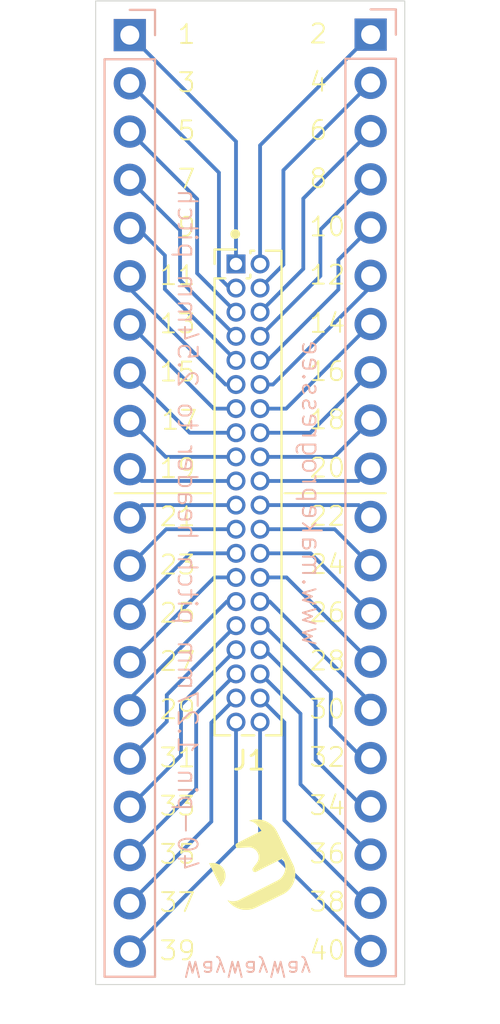
<source format=kicad_pcb>
(kicad_pcb (version 20241229) (generator "pcbnew") (generator_version "9.0")
  (title_block (title "40-pin 1.27mm pitch header to 2.54mm pitch") (date "2025-12-10") (rev "1.0") (company "OÜ MAKEPROGRESS"))
  (layers (0 "F.Cu" signal) (2 "B.Cu" signal) (13 "F.Paste" user) (15 "B.Paste" user) (5 "F.SilkS" user "F.Silkscreen") (7 "B.SilkS" user "B.Silkscreen") (1 "F.Mask" user) (3 "B.Mask" user) (25 "Edge.Cuts" user))
  (net 0 "")
  (net 1 "Net-(J1-Pin_10)")
  (net 2 "Net-(J1-Pin_14)")
  (net 3 "Net-(J1-Pin_23)")
  (net 4 "Net-(J1-Pin_22)")
  (net 5 "Net-(J1-Pin_1)")
  (net 6 "Net-(J1-Pin_11)")
  (net 7 "Net-(J1-Pin_13)")
  (net 8 "Net-(J1-Pin_26)")
  (net 9 "Net-(J1-Pin_35)")
  (net 10 "Net-(J1-Pin_33)")
  (net 11 "Net-(J1-Pin_28)")
  (net 12 "Net-(J1-Pin_29)")
  (net 13 "Net-(J1-Pin_40)")
  (net 14 "Net-(J1-Pin_34)")
  (net 15 "Net-(J1-Pin_8)")
  (net 16 "Net-(J1-Pin_3)")
  (net 17 "Net-(J1-Pin_38)")
  (net 18 "Net-(J1-Pin_27)")
  (net 19 "Net-(J1-Pin_24)")
  (net 20 "Net-(J1-Pin_21)")
  (net 21 "Net-(J1-Pin_31)")
  (net 22 "Net-(J1-Pin_30)")
  (net 23 "Net-(J1-Pin_32)")
  (net 24 "Net-(J1-Pin_2)")
  (net 25 "Net-(J1-Pin_36)")
  (net 26 "Net-(J1-Pin_6)")
  (net 27 "Net-(J1-Pin_18)")
  (net 28 "Net-(J1-Pin_39)")
  (net 29 "Net-(J1-Pin_25)")
  (net 30 "Net-(J1-Pin_4)")
  (net 31 "Net-(J1-Pin_7)")
  (net 32 "Net-(J1-Pin_17)")
  (net 33 "Net-(J1-Pin_19)")
  (net 34 "Net-(J1-Pin_16)")
  (net 35 "Net-(J1-Pin_9)")
  (net 36 "Net-(J1-Pin_5)")
  (net 37 "Net-(J1-Pin_12)")
  (net 38 "Net-(J1-Pin_20)")
  (net 39 "Net-(J1-Pin_37)")
  (net 40 "Net-(J1-Pin_15)")
  (footprint "LOGO" (layer "F.Cu") (at 105.3988 74.55 90)
    (property "Reference" "G***" (hide yes))
    (property "Value" "LOGO" (hide yes))
    (fp_poly (pts (xy 0.017266 -2.279003) (xy 0.019285 -2.266519) (xy 0.021219 -2.247265) (xy 0.023 -2.222506) (xy 0.024556 -2.193513) (xy 0.025817 -2.161554) (xy 0.026711 -2.127899) (xy 0.027169 -2.093814) (xy 0.027186 -2.069336) (xy 0.025407 -2.014793) (xy 0.020358 -1.965928) (xy 0.011537 -1.919532) (xy -0.00156 -1.872391) (xy -0.005641 -1.859879) (xy -0.032913 -1.792749) (xy -0.068513 -1.728421) (xy -0.111675 -1.667776) (xy -0.161617 -1.611691) (xy -0.217568 -1.561043) (xy -0.278748 -1.516709) (xy -0.339346 -1.482074) (xy -0.373563 -1.466676) (xy -0.413524 -1.451587) (xy -0.455699 -1.437961) (xy -0.496559 -1.426948) (xy -0.528284 -1.42039) (xy -0.557648 -1.416798) (xy -0.593068 -1.414533) (xy -0.631722 -1.413595) (xy -0.670791 -1.413985) (xy -0.707453 -1.4157) (xy -0.738889 -1.418744) (xy -0.74972 -1.420395) (xy -0.80681 -1.433407) (xy -0.865117 -1.452217) (xy -0.921286 -1.475581) (xy -0.971965 -1.502247) (xy -0.975502 -1.504377) (xy -0.990484 -1.513939) (xy -1.009875 -1.526995) (xy -1.032617 -1.542766) (xy -1.05765 -1.560478) (xy -1.08392 -1.57935) (xy -1.110366 -1.598604) (xy -1.135928 -1.617466) (xy -1.159553 -1.63516) (xy -1.180181 -1.650904) (xy -1.196756 -1.663924) (xy -1.208216 -1.67344) (xy -1.213506 -1.678677) (xy -1.213688 -1.679377) (xy -1.209089 -1.681891) (xy -1.196708 -1.688213) (xy -1.177111 -1.698064) (xy -1.15086 -1.711167) (xy -1.118522 -1.727247) (xy -1.080662 -1.746021) (xy -1.037846 -1.767215) (xy -0.990639 -1.790548) (xy -0.939605 -1.815745) (xy -0.885313 -1.842527) (xy -0.828325 -1.870614) (xy -0.769206 -1.899731) (xy -0.708524 -1.9296) (xy -0.646842 -1.95994) (xy -0.58473 -1.990478) (xy -0.522746 -2.020931) (xy -0.46146 -2.051025) (xy -0.401438 -2.08048) (xy -0.343243 -2.109019) (xy -0.287441 -2.136363) (xy -0.234598 -2.162236) (xy -0.185279 -2.186359) (xy -0.140051 -2.208452) (xy -0.099476 -2.228242) (xy -0.064122 -2.245446) (xy -0.034554 -2.25979) (xy -0.011336 -2.270994) (xy 0.004966 -2.278781) (xy 0.013786 -2.282872) (xy 0.015236 -2.283447)) (fill yes) (layer "F.SilkS"))
    (fp_poly (pts (xy -1.931709 -1.309584) (xy -1.93232 -1.3046) (xy -1.935854 -1.293431) (xy -1.941554 -1.278444) (xy -1.941868 -1.277674) (xy -1.952473 -1.247932) (xy -1.962896 -1.21195) (xy -1.972399 -1.172775) (xy -1.980244 -1.13346) (xy -1.98569 -1.097055) (xy -1.985768 -1.096388) (xy -1.989874 -1.025781) (xy -1.986466 -0.952537) (xy -1.975899 -0.878995) (xy -1.958527 -0.807498) (xy -1.934698 -0.740388) (xy -1.93072 -0.731139) (xy -1.927471 -0.724364) (xy -1.920223 -0.709671) (xy -1.90917 -0.687448) (xy -1.894511 -0.658088) (xy -1.876443 -0.621983) (xy -1.85516 -0.579522) (xy -1.830859 -0.531096) (xy -1.803737 -0.477096) (xy -1.773992 -0.417913) (xy -1.741817 -0.35394) (xy -1.707412 -0.285565) (xy -1.670971 -0.213178) (xy -1.632692 -0.137174) (xy -1.592771 -0.05794) (xy -1.551403 0.024127) (xy -1.508787 0.108646) (xy -1.465117 0.19522) (xy -1.458121 0.209086) (xy -1.413644 0.297239) (xy -1.369819 0.384101) (xy -1.326867 0.469232) (xy -1.285011 0.552192) (xy -1.244469 0.632543) (xy -1.205468 0.709846) (xy -1.168227 0.78366) (xy -1.132967 0.853547) (xy -1.09991 0.919067) (xy -1.069278 0.979781) (xy -1.041293 1.03525) (xy -1.016176 1.085036) (xy -0.994149 1.128697) (xy -0.975432 1.165794) (xy -0.960249 1.195889) (xy -0.948821 1.218542) (xy -0.941479 1.233095) (xy -0.910353 1.293067) (xy -0.881224 1.345288) (xy -0.853281 1.390883) (xy -0.825714 1.430979) (xy -0.797716 1.466702) (xy -0.768475 1.499175) (xy -0.73718 1.529528) (xy -0.71312 1.550533) (xy -0.644555 1.602293) (xy -0.572348 1.645829) (xy -0.497108 1.681061) (xy -0.419443 1.707905) (xy -0.339962 1.726284) (xy -0.259274 1.736115) (xy -0.177987 1.737321) (xy -0.09671 1.729821) (xy -0.016053 1.713532) (xy 0.063382 1.688376) (xy 0.12661 1.661346) (xy 0.151945 1.648572) (xy 0.178965 1.633945) (xy 0.203929 1.619533) (xy 0.218607 1.610403) (xy 0.258131 1.584638) (xy 0.036753 1.145883) (xy 0.003032 1.079031) (xy -0.031988 1.009563) (xy -0.067762 0.938565) (xy -0.103748 0.867115) (xy -0.139403 0.796294) (xy -0.174182 0.727182) (xy -0.207541 0.660862) (xy -0.238935 0.598412) (xy -0.267822 0.540916) (xy -0.293656 0.489453) (xy -0.315896 0.445103) (xy -0.31802 0.440867) (xy -0.451415 0.174606) (xy -0.451265 0.142973) (xy -0.447262 0.107546) (xy -0.435368 0.076767) (xy -0.415218 0.049793) (xy -0.406948 0.041811) (xy -0.391043 0.029489) (xy -0.373661 0.01897) (xy -0.362532 0.014021) (xy -0.334657 0.008054) (xy -0.304035 0.007189) (xy -0.275237 0.011437) (xy -0.267635 0.013712) (xy -0.257582 0.018869) (xy -0.240797 0.029617) (xy -0.217735 0.045634) (xy -0.188853 0.066594) (xy -0.154606 0.092175) (xy -0.116695 0.121092) (xy -0.073527 0.154221) (xy -0.036888 0.182125) (xy -0.006008 0.205355) (xy 0.019886 0.224463) (xy 0.041563 0.239999) (xy 0.059794 0.252514) (xy 0.07535 0.262562) (xy 0.089002 0.270691) (xy 0.101523 0.277455) (xy 0.103138 0.278279) (xy 0.166112 0.305209) (xy 0.230381 0.323296) (xy 0.295217 0.33279) (xy 0.359895 0.333935) (xy 0.423688 0.32698) (xy 0.485872 0.312167) (xy 0.545717 0.289746) (xy 0.6025 0.259962) (xy 0.655494 0.223062) (xy 0.703972 0.179293) (xy 0.747208 0.128899) (xy 0.784477 0.072127) (xy 0.800528 0.041671) (xy 0.826565 -0.021387) (xy 0.843824 -0.085376) (xy 0.852042 -0.149043) (xy 0.852431 -0.163222) (xy 0.852212 -0.18256) (xy 0.851353 -0.207596) (xy 0.849823 -0.238865) (xy 0.847593 -0.276907) (xy 0.84463 -0.32226) (xy 0.840905 -0.375463) (xy 0.836387 -0.437053) (xy 0.83306 -0.481181) (xy 0.828604 -0.539938) (xy 0.824837 -0.59016) (xy 0.821724 -0.632592) (xy 0.819228 -0.667979) (xy 0.817316 -0.697066) (xy 0.815956 -0.720601) (xy 0.81511 -0.739327) (xy 0.814745 -0.75399) (xy 0.814826 -0.765337) (xy 0.815317 -0.774113) (xy 0.816185 -0.781063) (xy 0.817396 -0.786931) (xy 0.81865 -0.791566) (xy 0.832241 -0.823184) (xy 0.853081 -0.849073) (xy 0.881444 -0.86956) (xy 0.885821 -0.871908) (xy 0.917912 -0.883894) (xy 0.951119 -0.887981) (xy 0.983732 -0.884445) (xy 1.014043 -0.873566) (xy 1.04034 -0.85562) (xy 1.05054 -0.845159) (xy 1.054408 -0.838939) (xy 1.062224 -0.824817) (xy 1.073773 -0.803215) (xy 1.088836 -0.774554) (xy 1.107196 -0.739261) (xy 1.12864 -0.697755) (xy 1.152948 -0.650461) (xy 1.179902 -0.597802) (xy 1.209289 -0.5402) (xy 1.24089 -0.478077) (xy 1.274488 -0.411858) (xy 1.309868 -0.341963) (xy 1.346812 -0.268816) (xy 1.385103 -0.192841) (xy 1.393343 -0.176473) (xy 1.430067 -0.103516) (xy 1.465677 -0.032809) (xy 1.499947 0.035196) (xy 1.53265 0.100058) (xy 1.563559 0.161324) (xy 1.592445 0.218547) (xy 1.619084 0.271277) (xy 1.643249 0.319067) (xy 1.664711 0.361466) (xy 1.683246 0.398028) (xy 1.698626 0.428303) (xy 1.710624 0.451842) (xy 1.719013 0.468196) (xy 1.723567 0.476919) (xy 1.724346 0.478292) (xy 1.728744 0.476523) (xy 1.739691 0.469742) (xy 1.756323 0.458555) (xy 1.777764 0.44357) (xy 1.803144 0.425397) (xy 1.831594 0.404638) (xy 1.857488 0.385456) (xy 1.907615 0.347547) (xy 1.950725 0.313736) (xy 1.987705 0.28321) (xy 2.019444 0.255159) (xy 2.046832 0.228767) (xy 2.07076 0.203223) (xy 2.092114 0.177715) (xy 2.108197 0.156437) (xy 2.155114 0.084093) (xy 2.193378 0.00856) (xy 2.223288 -0.070807) (xy 2.236808 -0.118376) (xy 2.242231 -0.139411) (xy 2.246953 -0.156901) (xy 2.250459 -0.169006) (xy 2.25223 -0.173881) (xy 2.254972 -0.171346) (xy 2.259374 -0.161029) (xy 2.265082 -0.144237) (xy 2.27174 -0.122276) (xy 2.278991 -0.096453) (xy 2.28648 -0.068073) (xy 2.293848 -0.038445) (xy 2.30074 -0.008875) (xy 2.306802 0.019335) (xy 2.311243 0.042447) (xy 2.315425 0.072073) (xy 2.31888 0.108832) (xy 2.321549 0.150562) (xy 2.323375 0.195112) (xy 2.324293 0.240323) (xy 2.324248 0.284043) (xy 2.323177 0.324113) (xy 2.32102 0.358376) (xy 2.32025 0.366311) (xy 2.304705 0.46924) (xy 2.280436 0.569719) (xy 2.247769 0.667224) (xy 2.20703 0.761231) (xy 2.158545 0.851216) (xy 2.102636 0.936656) (xy 2.039632 1.017025) (xy 1.969858 1.091799) (xy 1.893638 1.160456) (xy 1.811298 1.222471) (xy 1.773066 1.24761) (xy 1.760947 1.255203) (xy 1.749477 1.262261) (xy 1.737981 1.269127) (xy 1.725792 1.27615) (xy 1.712239 1.28367) (xy 1.69665 1.292035) (xy 1.678356 1.301588) (xy 1.656687 1.312673) (xy 1.630973 1.325638) (xy 1.600542 1.340824) (xy 1.564725 1.358578) (xy 1.522852 1.379245) (xy 1.47425 1.403167) (xy 1.418252 1.430691) (xy 1.39139 1.443887) (xy 1.349987 1.464229) (xy 1.30108 1.488263) (xy 1.245517 1.515574) (xy 1.184147 1.545744) (xy 1.117819 1.578354) (xy 1.047379 1.612989) (xy 0.973679 1.649233) (xy 0.897563 1.686665) (xy 0.819884 1.72487) (xy 0.74149 1.76343) (xy 0.663225 1.801929) (xy 0.585942 1.839948) (xy 0.514346 1.875173) (xy 0.444349 1.909581) (xy 0.376115 1.943067) (xy 0.310162 1.975373) (xy 0.247014 2.00625) (xy 0.187192 2.035442) (xy 0.131217 2.062699) (xy 0.079612 2.087766) (xy 0.032898 2.110388) (xy -0.008405 2.130314) (xy -0.043771 2.14729) (xy -0.07268 2.161064) (xy -0.094612 2.171381) (xy -0.109045 2.177987) (xy -0.114022 2.180121) (xy -0.205645 2.212664) (xy -0.2973 2.237208) (xy -0.392064 2.254557) (xy -0.409194 2.256912) (xy -0.437978 2.259751) (xy -0.473567 2.261805) (xy -0.513742 2.263078) (xy -0.556275 2.263567) (xy -0.598943 2.263271) (xy -0.639521 2.262192) (xy -0.675784 2.260328) (xy -0.705509 2.25768) (xy -0.711203 2.256956) (xy -0.816771 2.23805) (xy -0.918812 2.210732) (xy -1.016952 2.175249) (xy -1.110818 2.13185) (xy -1.200043 2.080783) (xy -1.284252 2.022296) (xy -1.363077 1.956639) (xy -1.436143 1.884057) (xy -1.503082 1.804801) (xy -1.563519 1.719117) (xy -1.595793 1.665973) (xy -1.599681 1.658604) (xy -1.607411 1.643404) (xy -1.61872 1.620901) (xy -1.633356 1.591621) (xy -1.651051 1.556095) (xy -1.671549 1.514843) (xy -1.694591 1.468398) (xy -1.719917 1.417285) (xy -1.747266 1.36203) (xy -1.77638 1.30316) (xy -1.806998 1.241205) (xy -1.838861 1.176689) (xy -1.871708 1.11014) (xy -1.905281 1.042085) (xy -1.939319 0.973049) (xy -1.973564 0.903561) (xy -2.007754 0.834149) (xy -2.041632 0.765338) (xy -2.074934 0.697655) (xy -2.107405 0.631628) (xy -2.138784 0.567783) (xy -2.16881 0.50665) (xy -2.197225 0.448751) (xy -2.223767 0.394616) (xy -2.248177 0.344772) (xy -2.270197 0.299745) (xy -2.289566 0.260064) (xy -2.306025 0.226252) (xy -2.319312 0.19884) (xy -2.329172 0.178353) (xy -2.33534 0.165318) (xy -2.335464 0.165049) (xy -2.366025 0.091428) (xy -2.392702 0.011507) (xy -2.414757 -0.072249) (xy -2.430899 -0.15397) (xy -2.433605 -0.172301) (xy -2.435684 -0.19136) (xy -2.437202 -0.212653) (xy -2.438226 -0.237686) (xy -2.438826 -0.267966) (xy -2.439066 -0.305) (xy -2.439059 -0.335499) (xy -2.438914 -0.375054) (xy -2.438598 -0.40694) (xy -2.438006 -0.432805) (xy -2.437034 -0.454289) (xy -2.43558 -0.473035) (xy -2.433536 -0.490686) (xy -2.430803 -0.508884) (xy -2.427274 -0.529274) (xy -2.426543 -0.533319) (xy -2.402984 -0.638001) (xy -2.370989 -0.739219) (xy -2.330771 -0.836549) (xy -2.282542 -0.929572) (xy -2.226511 -1.017871) (xy -2.162891 -1.101024) (xy -2.111256 -1.158786) (xy -2.094542 -1.175597) (xy -2.074663 -1.194464) (xy -2.052706 -1.21447) (xy -2.02976 -1.234705) (xy -2.00691 -1.254256) (xy -1.985243 -1.272209) (xy -1.965846 -1.287652) (xy -1.949807 -1.299671) (xy -1.938209 -1.307353) (xy -1.932144 -1.309787)) (fill yes) (layer "F.SilkS"))
  )
  (footprint "Connector_PinHeader_1.27mm:PinHeader_2x20_P1.27mm_Vertical" (layer "F.Cu") (at 104.5364 42.9744)
    (property "Reference" "J1" (at 0.7 26.15 0) (layer "F.SilkS"))
    (property "Value" "Conn_02x20_Odd_Even")
    (fp_line (start -1.13 -0.76) (end 0 -0.76) (stroke (width 0.12)) (layer "F.SilkS"))
    (fp_line (start -1.13 0) (end -1.13 -0.76) (stroke (width 0.12)) (layer "F.SilkS"))
    (fp_line (start -1.13 0.76) (end -1.13 24.825) (stroke (width 0.12)) (layer "F.SilkS"))
    (fp_line (start -1.13 0.76) (end -0.563471 0.76) (stroke (width 0.12)) (layer "F.SilkS"))
    (fp_line (start -1.13 24.825) (end -0.30753 24.825) (stroke (width 0.12)) (layer "F.SilkS"))
    (fp_line (start 0.30753 24.825) (end 0.96247 24.825) (stroke (width 0.12)) (layer "F.SilkS"))
    (fp_line (start 0.563471 0.76) (end 0.706529 0.76) (stroke (width 0.12)) (layer "F.SilkS"))
    (fp_line (start 0.76 -0.695) (end 0.96247 -0.695) (stroke (width 0.12)) (layer "F.SilkS"))
    (fp_line (start 0.76 -0.563471) (end 0.76 -0.695) (stroke (width 0.12)) (layer "F.SilkS"))
    (fp_line (start 0.76 0.706529) (end 0.76 0.563471) (stroke (width 0.12)) (layer "F.SilkS"))
    (fp_line (start 1.57753 -0.695) (end 2.4 -0.695) (stroke (width 0.12)) (layer "F.SilkS"))
    (fp_line (start 1.57753 24.825) (end 2.4 24.825) (stroke (width 0.12)) (layer "F.SilkS"))
    (fp_line (start 2.4 -0.695) (end 2.4 24.825) (stroke (width 0.12)) (layer "F.SilkS"))
    (pad "1" thru_hole rect (at 0 0) (size 1 1) (drill 0.65) (layers "*.Cu" "*.Mask") (net 5 "Net-(J1-Pin_1)"))
    (pad "2" thru_hole oval (at 1.27 0) (size 1 1) (drill 0.65) (layers "*.Cu" "*.Mask") (net 24 "Net-(J1-Pin_2)"))
    (pad "3" thru_hole oval (at 0 1.27) (size 1 1) (drill 0.65) (layers "*.Cu" "*.Mask") (net 16 "Net-(J1-Pin_3)"))
    (pad "4" thru_hole oval (at 1.27 1.27) (size 1 1) (drill 0.65) (layers "*.Cu" "*.Mask") (net 30 "Net-(J1-Pin_4)"))
    (pad "5" thru_hole oval (at 0 2.54) (size 1 1) (drill 0.65) (layers "*.Cu" "*.Mask") (net 36 "Net-(J1-Pin_5)"))
    (pad "6" thru_hole oval (at 1.27 2.54) (size 1 1) (drill 0.65) (layers "*.Cu" "*.Mask") (net 26 "Net-(J1-Pin_6)"))
    (pad "7" thru_hole oval (at 0 3.81) (size 1 1) (drill 0.65) (layers "*.Cu" "*.Mask") (net 31 "Net-(J1-Pin_7)"))
    (pad "8" thru_hole oval (at 1.27 3.81) (size 1 1) (drill 0.65) (layers "*.Cu" "*.Mask") (net 15 "Net-(J1-Pin_8)"))
    (pad "9" thru_hole oval (at 0 5.08) (size 1 1) (drill 0.65) (layers "*.Cu" "*.Mask") (net 35 "Net-(J1-Pin_9)"))
    (pad "10" thru_hole oval (at 1.27 5.08) (size 1 1) (drill 0.65) (layers "*.Cu" "*.Mask") (net 1 "Net-(J1-Pin_10)"))
    (pad "11" thru_hole oval (at 0 6.35) (size 1 1) (drill 0.65) (layers "*.Cu" "*.Mask") (net 6 "Net-(J1-Pin_11)"))
    (pad "12" thru_hole oval (at 1.27 6.35) (size 1 1) (drill 0.65) (layers "*.Cu" "*.Mask") (net 37 "Net-(J1-Pin_12)"))
    (pad "13" thru_hole oval (at 0 7.62) (size 1 1) (drill 0.65) (layers "*.Cu" "*.Mask") (net 7 "Net-(J1-Pin_13)"))
    (pad "14" thru_hole oval (at 1.27 7.62) (size 1 1) (drill 0.65) (layers "*.Cu" "*.Mask") (net 2 "Net-(J1-Pin_14)"))
    (pad "15" thru_hole oval (at 0 8.89) (size 1 1) (drill 0.65) (layers "*.Cu" "*.Mask") (net 40 "Net-(J1-Pin_15)"))
    (pad "16" thru_hole oval (at 1.27 8.89) (size 1 1) (drill 0.65) (layers "*.Cu" "*.Mask") (net 34 "Net-(J1-Pin_16)"))
    (pad "17" thru_hole oval (at 0 10.16) (size 1 1) (drill 0.65) (layers "*.Cu" "*.Mask") (net 32 "Net-(J1-Pin_17)"))
    (pad "18" thru_hole oval (at 1.27 10.16) (size 1 1) (drill 0.65) (layers "*.Cu" "*.Mask") (net 27 "Net-(J1-Pin_18)"))
    (pad "19" thru_hole oval (at 0 11.43) (size 1 1) (drill 0.65) (layers "*.Cu" "*.Mask") (net 33 "Net-(J1-Pin_19)"))
    (pad "20" thru_hole oval (at 1.27 11.43) (size 1 1) (drill 0.65) (layers "*.Cu" "*.Mask") (net 38 "Net-(J1-Pin_20)"))
    (pad "21" thru_hole oval (at 0 12.7) (size 1 1) (drill 0.65) (layers "*.Cu" "*.Mask") (net 20 "Net-(J1-Pin_21)"))
    (pad "22" thru_hole oval (at 1.27 12.7) (size 1 1) (drill 0.65) (layers "*.Cu" "*.Mask") (net 4 "Net-(J1-Pin_22)"))
    (pad "23" thru_hole oval (at 0 13.97) (size 1 1) (drill 0.65) (layers "*.Cu" "*.Mask") (net 3 "Net-(J1-Pin_23)"))
    (pad "24" thru_hole oval (at 1.27 13.97) (size 1 1) (drill 0.65) (layers "*.Cu" "*.Mask") (net 19 "Net-(J1-Pin_24)"))
    (pad "25" thru_hole oval (at 0 15.24) (size 1 1) (drill 0.65) (layers "*.Cu" "*.Mask") (net 29 "Net-(J1-Pin_25)"))
    (pad "26" thru_hole oval (at 1.27 15.24) (size 1 1) (drill 0.65) (layers "*.Cu" "*.Mask") (net 8 "Net-(J1-Pin_26)"))
    (pad "27" thru_hole oval (at 0 16.51) (size 1 1) (drill 0.65) (layers "*.Cu" "*.Mask") (net 18 "Net-(J1-Pin_27)"))
    (pad "28" thru_hole oval (at 1.27 16.51) (size 1 1) (drill 0.65) (layers "*.Cu" "*.Mask") (net 11 "Net-(J1-Pin_28)"))
    (pad "29" thru_hole oval (at 0 17.78) (size 1 1) (drill 0.65) (layers "*.Cu" "*.Mask") (net 12 "Net-(J1-Pin_29)"))
    (pad "30" thru_hole oval (at 1.27 17.78) (size 1 1) (drill 0.65) (layers "*.Cu" "*.Mask") (net 22 "Net-(J1-Pin_30)"))
    (pad "31" thru_hole oval (at 0 19.05) (size 1 1) (drill 0.65) (layers "*.Cu" "*.Mask") (net 21 "Net-(J1-Pin_31)"))
    (pad "32" thru_hole oval (at 1.27 19.05) (size 1 1) (drill 0.65) (layers "*.Cu" "*.Mask") (net 23 "Net-(J1-Pin_32)"))
    (pad "33" thru_hole oval (at 0 20.32) (size 1 1) (drill 0.65) (layers "*.Cu" "*.Mask") (net 10 "Net-(J1-Pin_33)"))
    (pad "34" thru_hole oval (at 1.27 20.32) (size 1 1) (drill 0.65) (layers "*.Cu" "*.Mask") (net 14 "Net-(J1-Pin_34)"))
    (pad "35" thru_hole oval (at 0 21.59) (size 1 1) (drill 0.65) (layers "*.Cu" "*.Mask") (net 9 "Net-(J1-Pin_35)"))
    (pad "36" thru_hole oval (at 1.27 21.59) (size 1 1) (drill 0.65) (layers "*.Cu" "*.Mask") (net 25 "Net-(J1-Pin_36)"))
    (pad "37" thru_hole oval (at 0 22.86) (size 1 1) (drill 0.65) (layers "*.Cu" "*.Mask") (net 39 "Net-(J1-Pin_37)"))
    (pad "38" thru_hole oval (at 1.27 22.86) (size 1 1) (drill 0.65) (layers "*.Cu" "*.Mask") (net 17 "Net-(J1-Pin_38)"))
    (pad "39" thru_hole oval (at 0 24.13) (size 1 1) (drill 0.65) (layers "*.Cu" "*.Mask") (net 28 "Net-(J1-Pin_39)"))
    (pad "40" thru_hole oval (at 1.27 24.13) (size 1 1) (drill 0.65) (layers "*.Cu" "*.Mask") (net 13 "Net-(J1-Pin_40)"))
  )
  (footprint "Connector_PinHeader_2.54mm:PinHeader_1x20_P2.54mm_Vertical" (layer "B.Cu") (at 98.9364 30.9244 180)
    (property "Reference" "J2" (hide yes))
    (property "Value" "Conn_01x20_Pin")
    (fp_line (start 1.33 -1.27) (end 1.33 -49.59) (stroke (width 0.12)) (layer "B.SilkS"))
    (fp_line (start -1.33 1.33) (end 0 1.33) (stroke (width 0.12)) (layer "B.SilkS"))
    (fp_line (start -1.33 0) (end -1.33 1.33) (stroke (width 0.12)) (layer "B.SilkS"))
    (fp_line (start -1.33 -1.27) (end 1.33 -1.27) (stroke (width 0.12)) (layer "B.SilkS"))
    (fp_line (start -1.33 -1.27) (end -1.33 -49.59) (stroke (width 0.12)) (layer "B.SilkS"))
    (fp_line (start -1.33 -49.59) (end 1.33 -49.59) (stroke (width 0.12)) (layer "B.SilkS"))
    (pad "1" thru_hole rect (at 0 0 180) (size 1.7 1.7) (drill 1) (layers "*.Cu" "*.Mask") (net 5 "Net-(J1-Pin_1)"))
    (pad "2" thru_hole oval (at 0 -2.54 180) (size 1.7 1.7) (drill 1) (layers "*.Cu" "*.Mask") (net 16 "Net-(J1-Pin_3)"))
    (pad "3" thru_hole oval (at 0 -5.08 180) (size 1.7 1.7) (drill 1) (layers "*.Cu" "*.Mask") (net 36 "Net-(J1-Pin_5)"))
    (pad "4" thru_hole oval (at 0 -7.62 180) (size 1.7 1.7) (drill 1) (layers "*.Cu" "*.Mask") (net 31 "Net-(J1-Pin_7)"))
    (pad "5" thru_hole oval (at 0 -10.16 180) (size 1.7 1.7) (drill 1) (layers "*.Cu" "*.Mask") (net 35 "Net-(J1-Pin_9)"))
    (pad "6" thru_hole oval (at 0 -12.7 180) (size 1.7 1.7) (drill 1) (layers "*.Cu" "*.Mask") (net 6 "Net-(J1-Pin_11)"))
    (pad "7" thru_hole oval (at 0 -15.24 180) (size 1.7 1.7) (drill 1) (layers "*.Cu" "*.Mask") (net 7 "Net-(J1-Pin_13)"))
    (pad "8" thru_hole oval (at 0 -17.78 180) (size 1.7 1.7) (drill 1) (layers "*.Cu" "*.Mask") (net 40 "Net-(J1-Pin_15)"))
    (pad "9" thru_hole oval (at 0 -20.32 180) (size 1.7 1.7) (drill 1) (layers "*.Cu" "*.Mask") (net 32 "Net-(J1-Pin_17)"))
    (pad "10" thru_hole oval (at 0 -22.86 180) (size 1.7 1.7) (drill 1) (layers "*.Cu" "*.Mask") (net 33 "Net-(J1-Pin_19)"))
    (pad "11" thru_hole oval (at 0 -25.4 180) (size 1.7 1.7) (drill 1) (layers "*.Cu" "*.Mask") (net 20 "Net-(J1-Pin_21)"))
    (pad "12" thru_hole oval (at 0 -27.94 180) (size 1.7 1.7) (drill 1) (layers "*.Cu" "*.Mask") (net 3 "Net-(J1-Pin_23)"))
    (pad "13" thru_hole oval (at 0 -30.48 180) (size 1.7 1.7) (drill 1) (layers "*.Cu" "*.Mask") (net 29 "Net-(J1-Pin_25)"))
    (pad "14" thru_hole oval (at 0 -33.02 180) (size 1.7 1.7) (drill 1) (layers "*.Cu" "*.Mask") (net 18 "Net-(J1-Pin_27)"))
    (pad "15" thru_hole oval (at 0 -35.56 180) (size 1.7 1.7) (drill 1) (layers "*.Cu" "*.Mask") (net 12 "Net-(J1-Pin_29)"))
    (pad "16" thru_hole oval (at 0 -38.1 180) (size 1.7 1.7) (drill 1) (layers "*.Cu" "*.Mask") (net 21 "Net-(J1-Pin_31)"))
    (pad "17" thru_hole oval (at 0 -40.64 180) (size 1.7 1.7) (drill 1) (layers "*.Cu" "*.Mask") (net 10 "Net-(J1-Pin_33)"))
    (pad "18" thru_hole oval (at 0 -43.18 180) (size 1.7 1.7) (drill 1) (layers "*.Cu" "*.Mask") (net 9 "Net-(J1-Pin_35)"))
    (pad "19" thru_hole oval (at 0 -45.72 180) (size 1.7 1.7) (drill 1) (layers "*.Cu" "*.Mask") (net 39 "Net-(J1-Pin_37)"))
    (pad "20" thru_hole oval (at 0 -48.26 180) (size 1.7 1.7) (drill 1) (layers "*.Cu" "*.Mask") (net 28 "Net-(J1-Pin_39)"))
  )
  (footprint "Connector_PinHeader_2.54mm:PinHeader_1x20_P2.54mm_Vertical" (layer "B.Cu") (at 111.6364 30.8994 180)
    (property "Reference" "J3" (hide yes))
    (property "Value" "Conn_01x20_Pin")
    (fp_line (start 1.33 -1.27) (end 1.33 -49.59) (stroke (width 0.12)) (layer "B.SilkS"))
    (fp_line (start -1.33 1.33) (end 0 1.33) (stroke (width 0.12)) (layer "B.SilkS"))
    (fp_line (start -1.33 0) (end -1.33 1.33) (stroke (width 0.12)) (layer "B.SilkS"))
    (fp_line (start -1.33 -1.27) (end 1.33 -1.27) (stroke (width 0.12)) (layer "B.SilkS"))
    (fp_line (start -1.33 -1.27) (end -1.33 -49.59) (stroke (width 0.12)) (layer "B.SilkS"))
    (fp_line (start -1.33 -49.59) (end 1.33 -49.59) (stroke (width 0.12)) (layer "B.SilkS"))
    (pad "1" thru_hole rect (at 0 0 180) (size 1.7 1.7) (drill 1) (layers "*.Cu" "*.Mask") (net 24 "Net-(J1-Pin_2)"))
    (pad "2" thru_hole oval (at 0 -2.54 180) (size 1.7 1.7) (drill 1) (layers "*.Cu" "*.Mask") (net 30 "Net-(J1-Pin_4)"))
    (pad "3" thru_hole oval (at 0 -5.08 180) (size 1.7 1.7) (drill 1) (layers "*.Cu" "*.Mask") (net 26 "Net-(J1-Pin_6)"))
    (pad "4" thru_hole oval (at 0 -7.62 180) (size 1.7 1.7) (drill 1) (layers "*.Cu" "*.Mask") (net 15 "Net-(J1-Pin_8)"))
    (pad "5" thru_hole oval (at 0 -10.16 180) (size 1.7 1.7) (drill 1) (layers "*.Cu" "*.Mask") (net 1 "Net-(J1-Pin_10)"))
    (pad "6" thru_hole oval (at 0 -12.7 180) (size 1.7 1.7) (drill 1) (layers "*.Cu" "*.Mask") (net 37 "Net-(J1-Pin_12)"))
    (pad "7" thru_hole oval (at 0 -15.24 180) (size 1.7 1.7) (drill 1) (layers "*.Cu" "*.Mask") (net 2 "Net-(J1-Pin_14)"))
    (pad "8" thru_hole oval (at 0 -17.78 180) (size 1.7 1.7) (drill 1) (layers "*.Cu" "*.Mask") (net 34 "Net-(J1-Pin_16)"))
    (pad "9" thru_hole oval (at 0 -20.32 180) (size 1.7 1.7) (drill 1) (layers "*.Cu" "*.Mask") (net 27 "Net-(J1-Pin_18)"))
    (pad "10" thru_hole oval (at 0 -22.86 180) (size 1.7 1.7) (drill 1) (layers "*.Cu" "*.Mask") (net 38 "Net-(J1-Pin_20)"))
    (pad "11" thru_hole oval (at 0 -25.4 180) (size 1.7 1.7) (drill 1) (layers "*.Cu" "*.Mask") (net 4 "Net-(J1-Pin_22)"))
    (pad "12" thru_hole oval (at 0 -27.94 180) (size 1.7 1.7) (drill 1) (layers "*.Cu" "*.Mask") (net 19 "Net-(J1-Pin_24)"))
    (pad "13" thru_hole oval (at 0 -30.48 180) (size 1.7 1.7) (drill 1) (layers "*.Cu" "*.Mask") (net 8 "Net-(J1-Pin_26)"))
    (pad "14" thru_hole oval (at 0 -33.02 180) (size 1.7 1.7) (drill 1) (layers "*.Cu" "*.Mask") (net 11 "Net-(J1-Pin_28)"))
    (pad "15" thru_hole oval (at 0 -35.56 180) (size 1.7 1.7) (drill 1) (layers "*.Cu" "*.Mask") (net 22 "Net-(J1-Pin_30)"))
    (pad "16" thru_hole oval (at 0 -38.1 180) (size 1.7 1.7) (drill 1) (layers "*.Cu" "*.Mask") (net 23 "Net-(J1-Pin_32)"))
    (pad "17" thru_hole oval (at 0 -40.64 180) (size 1.7 1.7) (drill 1) (layers "*.Cu" "*.Mask") (net 14 "Net-(J1-Pin_34)"))
    (pad "18" thru_hole oval (at 0 -43.18 180) (size 1.7 1.7) (drill 1) (layers "*.Cu" "*.Mask") (net 25 "Net-(J1-Pin_36)"))
    (pad "19" thru_hole oval (at 0 -45.72 180) (size 1.7 1.7) (drill 1) (layers "*.Cu" "*.Mask") (net 17 "Net-(J1-Pin_38)"))
    (pad "20" thru_hole oval (at 0 -48.26 180) (size 1.7 1.7) (drill 1) (layers "*.Cu" "*.Mask") (net 13 "Net-(J1-Pin_40)"))
  )
  (gr_line (start 107.0864 55.0494) (end 112.4364 55.0494) (stroke (width 0.1)) (layer "F.SilkS"))
  (gr_line (start 98.1364 55.0494) (end 103.2364 55.0494) (stroke (width 0.1)) (layer "F.SilkS"))
  (gr_circle (center 104.4956 41.402) (end 104.2956 41.452) (stroke (width 0.1)) (fill yes) (layer "F.SilkS"))
  (gr_rect (start 97.1364 29.1244) (end 113.4364 80.9244) (stroke (width 0.05)) (fill no) (layer "Edge.Cuts"))
  (gr_text "14" (at 108.3364 46.6789 0) (layer "F.SilkS") (effects (font (size 1 1) (thickness 0.1)) (justify left bottom)))
  (gr_text "16" (at 108.3364 49.2189 0) (layer "F.SilkS") (effects (font (size 1 1) (thickness 0.1)) (justify left bottom)))
  (gr_text "30" (at 108.3364 66.9989 0) (layer "F.SilkS") (effects (font (size 1 1) (thickness 0.1)) (justify left bottom)))
  (gr_text "12" (at 108.3364 44.1389 0) (layer "F.SilkS") (effects (font (size 1 1) (thickness 0.1)) (justify left bottom)))
  (gr_text "1" (at 101.388781 31.4639 0) (layer "F.SilkS") (effects (font (size 1 1) (thickness 0.1)) (justify left bottom)))
  (gr_text "38" (at 108.3364 77.1589 0) (layer "F.SilkS") (effects (font (size 1 1) (thickness 0.1)) (justify left bottom)))
  (gr_text "24" (at 108.3364 59.3789 0) (layer "F.SilkS") (effects (font (size 1 1) (thickness 0.1)) (justify left bottom)))
  (gr_text "11" (at 100.4364 44.1639 0) (layer "F.SilkS") (effects (font (size 1 1) (thickness 0.1)) (justify left bottom)))
  (gr_text "26" (at 108.3364 61.9189 0) (layer "F.SilkS") (effects (font (size 1 1) (thickness 0.1)) (justify left bottom)))
  (gr_text "37" (at 100.4364 77.1839 0) (layer "F.SilkS") (effects (font (size 1 1) (thickness 0.1)) (justify left bottom)))
  (gr_text "8" (at 108.3364 39.0589 0) (layer "F.SilkS") (effects (font (size 1 1) (thickness 0.1)) (justify left bottom)))
  (gr_text "23" (at 100.4364 59.4039 0) (layer "F.SilkS") (effects (font (size 1 1) (thickness 0.1)) (justify left bottom)))
  (gr_text "27" (at 100.4364 64.4839 0) (layer "F.SilkS") (effects (font (size 1 1) (thickness 0.1)) (justify left bottom)))
  (gr_text "7" (at 101.388781 39.0839 0) (layer "F.SilkS") (effects (font (size 1 1) (thickness 0.1)) (justify left bottom)))
  (gr_text "31" (at 100.4364 69.5639 0) (layer "F.SilkS") (effects (font (size 1 1) (thickness 0.1)) (justify left bottom)))
  (gr_text "19" (at 100.4364 54.3239 0) (layer "F.SilkS") (effects (font (size 1 1) (thickness 0.1)) (justify left bottom)))
  (gr_text "13" (at 100.4364 46.7039 0) (layer "F.SilkS") (effects (font (size 1 1) (thickness 0.1)) (justify left bottom)))
  (gr_text "22" (at 108.3364 56.8389 0) (layer "F.SilkS") (effects (font (size 1 1) (thickness 0.1)) (justify left bottom)))
  (gr_text "34" (at 108.3364 72.0789 0) (layer "F.SilkS") (effects (font (size 1 1) (thickness 0.1)) (justify left bottom)))
  (gr_text "5" (at 101.388781 36.5439 0) (layer "F.SilkS") (effects (font (size 1 1) (thickness 0.1)) (justify left bottom)))
  (gr_text "9" (at 101.388781 41.6239 0) (layer "F.SilkS") (effects (font (size 1 1) (thickness 0.1)) (justify left bottom)))
  (gr_text "36" (at 108.3364 74.6189 0) (layer "F.SilkS") (effects (font (size 1 1) (thickness 0.1)) (justify left bottom)))
  (gr_text "3" (at 101.388781 34.0039 0) (layer "F.SilkS") (effects (font (size 1 1) (thickness 0.1)) (justify left bottom)))
  (gr_text "25" (at 100.4364 61.9439 0) (layer "F.SilkS") (effects (font (size 1 1) (thickness 0.1)) (justify left bottom)))
  (gr_text "4" (at 108.3364 33.9789 0) (layer "F.SilkS") (effects (font (size 1 1) (thickness 0.1)) (justify left bottom)))
  (gr_text "2" (at 108.3364 31.4389 0) (layer "F.SilkS") (effects (font (size 1 1) (thickness 0.1)) (justify left bottom)))
  (gr_text "32" (at 108.3364 69.5389 0) (layer "F.SilkS") (effects (font (size 1 1) (thickness 0.1)) (justify left bottom)))
  (gr_text "39" (at 100.4364 79.7239 0) (layer "F.SilkS") (effects (font (size 1 1) (thickness 0.1)) (justify left bottom)))
  (gr_text "29" (at 100.4364 67.0239 0) (layer "F.SilkS") (effects (font (size 1 1) (thickness 0.1)) (justify left bottom)))
  (gr_text "40" (at 108.3364 79.6989 0) (layer "F.SilkS") (effects (font (size 1 1) (thickness 0.1)) (justify left bottom)))
  (gr_text "33" (at 100.4364 72.1039 0) (layer "F.SilkS") (effects (font (size 1 1) (thickness 0.1)) (justify left bottom)))
  (gr_text "6" (at 108.3364 36.5189 0) (layer "F.SilkS") (effects (font (size 1 1) (thickness 0.1)) (justify left bottom)))
  (gr_text "21" (at 100.4364 56.8639 0) (layer "F.SilkS") (effects (font (size 1 1) (thickness 0.1)) (justify left bottom)))
  (gr_text "15" (at 100.4364 49.2439 0) (layer "F.SilkS") (effects (font (size 1 1) (thickness 0.1)) (justify left bottom)))
  (gr_text "20" (at 108.3364 54.2989 0) (layer "F.SilkS") (effects (font (size 1 1) (thickness 0.1)) (justify left bottom)))
  (gr_text "10" (at 108.3364 41.5989 0) (layer "F.SilkS") (effects (font (size 1 1) (thickness 0.1)) (justify left bottom)))
  (gr_text "35" (at 100.4364 74.6439 0) (layer "F.SilkS") (effects (font (size 1 1) (thickness 0.1)) (justify left bottom)))
  (gr_text "17" (at 100.5364 51.7839 0) (layer "F.SilkS") (effects (font (size 1 1) (thickness 0.1)) (justify left bottom)))
  (gr_text "18" (at 108.3364 51.7589 0) (layer "F.SilkS") (effects (font (size 1 1) (thickness 0.1)) (justify left bottom)))
  (gr_text "28" (at 108.3364 64.4589 0) (layer "F.SilkS") (effects (font (size 1 1) (thickness 0.1)) (justify left bottom)))
  (gr_text "WayWayWay" (at 101.71997 79.6244 180) (layer "B.SilkS") (effects (font (size 0.8 0.8) (thickness 0.1)) (justify left bottom mirror)))
  (gr_text "${TITLE}" (at 101.3864 75.0244 270) (layer "B.SilkS") (effects (font (size 1 1) (thickness 0.1)) (justify left bottom mirror)))
  (gr_text "www.makeprogress.ee" (at 107.9364 63.170829 270) (layer "B.SilkS") (effects (font (size 1 1) (thickness 0.1)) (justify left bottom mirror)))
  (segment (start 106.2064 48.0544) (end 109.9364 44.3244) (width 0.2) (layer "B.Cu") (net 1))
  (segment (start 109.9364 44.3244) (end 109.9364 42.7594) (width 0.2) (layer "B.Cu") (net 1))
  (segment (start 105.8064 48.0544) (end 106.2064 48.0544) (width 0.2) (layer "B.Cu") (net 1))
  (segment (start 109.9364 42.7594) (end 111.6364 41.0594) (width 0.2) (layer "B.Cu") (net 1))
  (segment (start 107.1814 50.5944) (end 105.8064 50.5944) (width 0.2) (layer "B.Cu") (net 2))
  (segment (start 111.6364 46.1394) (end 107.1814 50.5944) (width 0.2) (layer "B.Cu") (net 2))
  (segment (start 104.5364 56.9444) (end 100.8564 56.9444) (width 0.2) (layer "B.Cu") (net 3))
  (segment (start 100.8564 56.9444) (end 98.9364 58.8644) (width 0.2) (layer "B.Cu") (net 3))
  (segment (start 105.8064 55.6744) (end 111.0114 55.6744) (width 0.2) (layer "B.Cu") (net 4))
  (segment (start 111.0114 55.6744) (end 111.6364 56.2994) (width 0.2) (layer "B.Cu") (net 4))
  (segment (start 104.5364 42.9744) (end 104.5364 36.5244) (width 0.2) (layer "B.Cu") (net 5))
  (segment (start 104.5364 36.5244) (end 98.9364 30.9244) (width 0.2) (layer "B.Cu") (net 5))
  (segment (start 103.9864 49.3244) (end 98.9364 44.2744) (width 0.2) (layer "B.Cu") (net 6))
  (segment (start 98.9364 44.2744) (end 98.9364 43.6244) (width 0.2) (layer "B.Cu") (net 6))
  (segment (start 104.5364 49.3244) (end 103.9864 49.3244) (width 0.2) (layer "B.Cu") (net 6))
  (segment (start 103.3664 50.5944) (end 98.9364 46.1644) (width 0.2) (layer "B.Cu") (net 7))
  (segment (start 104.5364 50.5944) (end 103.3664 50.5944) (width 0.2) (layer "B.Cu") (net 7))
  (segment (start 105.8064 58.2144) (end 108.4714 58.2144) (width 0.2) (layer "B.Cu") (net 8))
  (segment (start 108.4714 58.2144) (end 111.6364 61.3794) (width 0.2) (layer "B.Cu") (net 8))
  (segment (start 104.5364 64.5644) (end 102.4364 66.6644) (width 0.2) (layer "B.Cu") (net 9))
  (segment (start 102.4364 70.6044) (end 98.9364 74.1044) (width 0.2) (layer "B.Cu") (net 9))
  (segment (start 102.4364 66.6644) (end 102.4364 70.6044) (width 0.2) (layer "B.Cu") (net 9))
  (segment (start 101.6364 68.8644) (end 98.9364 71.5644) (width 0.2) (layer "B.Cu") (net 10))
  (segment (start 104.5364 63.2944) (end 101.6364 66.1944) (width 0.2) (layer "B.Cu") (net 10))
  (segment (start 101.6364 66.1944) (end 101.6364 68.8644) (width 0.2) (layer "B.Cu") (net 10))
  (segment (start 105.8064 59.4844) (end 107.2014 59.4844) (width 0.2) (layer "B.Cu") (net 11))
  (segment (start 107.2014 59.4844) (end 111.6364 63.9194) (width 0.2) (layer "B.Cu") (net 11))
  (segment (start 104.5364 60.7544) (end 104.0564 60.7544) (width 0.2) (layer "B.Cu") (net 12))
  (segment (start 104.0564 60.7544) (end 98.9364 65.8744) (width 0.2) (layer "B.Cu") (net 12))
  (segment (start 98.9364 65.8744) (end 98.9364 66.4844) (width 0.2) (layer "B.Cu") (net 12))
  (segment (start 105.8064 73.3294) (end 111.6364 79.1594) (width 0.2) (layer "B.Cu") (net 13))
  (segment (start 105.8064 67.1044) (end 105.8064 73.3294) (width 0.2) (layer "B.Cu") (net 13))
  (segment (start 108.7364 65.9744) (end 108.7364 69.0744) (width 0.2) (layer "B.Cu") (net 14))
  (segment (start 108.7364 69.0744) (end 111.2014 71.5394) (width 0.2) (layer "B.Cu") (net 14))
  (segment (start 111.2014 71.5394) (end 111.6364 71.5394) (width 0.2) (layer "B.Cu") (net 14))
  (segment (start 106.0564 63.2944) (end 108.7364 65.9744) (width 0.2) (layer "B.Cu") (net 14))
  (segment (start 105.8064 63.2944) (end 106.0564 63.2944) (width 0.2) (layer "B.Cu") (net 14))
  (segment (start 105.8064 46.7844) (end 108.9864 43.6044) (width 0.2) (layer "B.Cu") (net 15))
  (segment (start 108.9864 43.6044) (end 108.9864 41.1694) (width 0.2) (layer "B.Cu") (net 15))
  (segment (start 108.9864 41.1694) (end 111.6364 38.5194) (width 0.2) (layer "B.Cu") (net 15))
  (segment (start 104.2044 44.2444) (end 103.6364 43.6764) (width 0.2) (layer "B.Cu") (net 16))
  (segment (start 103.6364 38.1644) (end 98.9364 33.4644) (width 0.2) (layer "B.Cu") (net 16))
  (segment (start 104.5364 44.2444) (end 104.2044 44.2444) (width 0.2) (layer "B.Cu") (net 16))
  (segment (start 103.6364 43.6764) (end 103.6364 38.1644) (width 0.2) (layer "B.Cu") (net 16))
  (segment (start 111.4314 76.6194) (end 111.6364 76.6194) (width 0.2) (layer "B.Cu") (net 17))
  (segment (start 107.0864 67.1144) (end 107.0864 72.2744) (width 0.2) (layer "B.Cu") (net 17))
  (segment (start 107.0864 72.2744) (end 111.4314 76.6194) (width 0.2) (layer "B.Cu") (net 17))
  (segment (start 105.8064 65.8344) (end 107.0864 67.1144) (width 0.2) (layer "B.Cu") (net 17))
  (segment (start 104.5364 59.4844) (end 103.3964 59.4844) (width 0.2) (layer "B.Cu") (net 18))
  (segment (start 103.3964 59.4844) (end 98.9364 63.9444) (width 0.2) (layer "B.Cu") (net 18))
  (segment (start 109.7414 56.9444) (end 111.6364 58.8394) (width 0.2) (layer "B.Cu") (net 19))
  (segment (start 105.8064 56.9444) (end 109.7414 56.9444) (width 0.2) (layer "B.Cu") (net 19))
  (segment (start 99.5864 55.6744) (end 98.9364 56.3244) (width 0.2) (layer "B.Cu") (net 20))
  (segment (start 104.5364 55.6744) (end 99.5864 55.6744) (width 0.2) (layer "B.Cu") (net 20))
  (segment (start 100.8864 65.6744) (end 100.8864 67.0744) (width 0.2) (layer "B.Cu") (net 21))
  (segment (start 100.8864 67.0744) (end 98.9364 69.0244) (width 0.2) (layer "B.Cu") (net 21))
  (segment (start 104.5364 62.0244) (end 100.8864 65.6744) (width 0.2) (layer "B.Cu") (net 21))
  (segment (start 106.316399 60.7544) (end 111.6364 66.074401) (width 0.2) (layer "B.Cu") (net 22))
  (segment (start 111.6364 66.1244) (end 111.6364 66.4594) (width 0.2) (layer "B.Cu") (net 22))
  (segment (start 111.6364 66.074401) (end 111.6364 66.4594) (width 0.2) (layer "B.Cu") (net 22))
  (segment (start 105.8064 60.7544) (end 106.316399 60.7544) (width 0.2) (layer "B.Cu") (net 22))
  (segment (start 109.5364 67.3244) (end 111.2114 68.9994) (width 0.2) (layer "B.Cu") (net 23))
  (segment (start 111.2114 68.9994) (end 111.6364 68.9994) (width 0.2) (layer "B.Cu") (net 23))
  (segment (start 109.5364 65.5244) (end 109.5364 67.3244) (width 0.2) (layer "B.Cu") (net 23))
  (segment (start 105.8064 62.0244) (end 106.0364 62.0244) (width 0.2) (layer "B.Cu") (net 23))
  (segment (start 106.0364 62.0244) (end 109.5364 65.5244) (width 0.2) (layer "B.Cu") (net 23))
  (segment (start 105.8064 36.7294) (end 111.6364 30.8994) (width 0.2) (layer "B.Cu") (net 24))
  (segment (start 105.8064 42.9744) (end 105.8064 36.7294) (width 0.2) (layer "B.Cu") (net 24))
  (segment (start 105.8414 64.5644) (end 107.9364 66.6594) (width 0.2) (layer "B.Cu") (net 25))
  (segment (start 105.8064 64.5644) (end 105.8414 64.5644) (width 0.2) (layer "B.Cu") (net 25))
  (segment (start 107.9364 66.6594) (end 107.9364 70.3794) (width 0.2) (layer "B.Cu") (net 25))
  (segment (start 107.9364 70.3794) (end 111.6364 74.0794) (width 0.2) (layer "B.Cu") (net 25))
  (segment (start 105.8064 45.5144) (end 108.0864 43.2344) (width 0.2) (layer "B.Cu") (net 26))
  (segment (start 108.0864 43.2344) (end 108.0864 39.5294) (width 0.2) (layer "B.Cu") (net 26))
  (segment (start 108.0864 39.5294) (end 111.6364 35.9794) (width 0.2) (layer "B.Cu") (net 26))
  (segment (start 105.8064 53.1344) (end 109.7214 53.1344) (width 0.2) (layer "B.Cu") (net 27))
  (segment (start 109.7214 53.1344) (end 111.6364 51.2194) (width 0.2) (layer "B.Cu") (net 27))
  (segment (start 104.5364 67.1044) (end 104.5364 73.5844) (width 0.2) (layer "B.Cu") (net 28))
  (segment (start 104.5364 73.5844) (end 98.9364 79.1844) (width 0.2) (layer "B.Cu") (net 28))
  (segment (start 104.5364 58.2144) (end 102.1264 58.2144) (width 0.2) (layer "B.Cu") (net 29))
  (segment (start 102.1264 58.2144) (end 98.9364 61.4044) (width 0.2) (layer "B.Cu") (net 29))
  (segment (start 107.0364 38.0394) (end 111.6364 33.4394) (width 0.2) (layer "B.Cu") (net 30))
  (segment (start 107.0364 43.0144) (end 107.0364 38.0394) (width 0.2) (layer "B.Cu") (net 30))
  (segment (start 105.8064 44.2444) (end 107.0364 43.0144) (width 0.2) (layer "B.Cu") (net 30))
  (segment (start 104.5364 46.7844) (end 101.5864 43.8344) (width 0.2) (layer "B.Cu") (net 31))
  (segment (start 101.5864 41.1944) (end 98.9364 38.5444) (width 0.2) (layer "B.Cu") (net 31))
  (segment (start 101.5864 43.8344) (end 101.5864 41.1944) (width 0.2) (layer "B.Cu") (net 31))
  (segment (start 104.5364 53.1344) (end 100.8264 53.1344) (width 0.2) (layer "B.Cu") (net 32))
  (segment (start 100.8264 53.1344) (end 98.9364 51.2444) (width 0.2) (layer "B.Cu") (net 32))
  (segment (start 99.5564 54.4044) (end 98.9364 53.7844) (width 0.2) (layer "B.Cu") (net 33))
  (segment (start 104.5364 54.4044) (end 99.5564 54.4044) (width 0.2) (layer "B.Cu") (net 33))
  (segment (start 108.4514 51.8644) (end 105.8064 51.8644) (width 0.2) (layer "B.Cu") (net 34))
  (segment (start 111.6364 48.6794) (end 108.4514 51.8644) (width 0.2) (layer "B.Cu") (net 34))
  (segment (start 104.5364 48.0544) (end 100.7864 44.3044) (width 0.2) (layer "B.Cu") (net 35))
  (segment (start 99.3464 41.0844) (end 98.9364 41.0844) (width 0.2) (layer "B.Cu") (net 35))
  (segment (start 100.7864 44.3044) (end 100.7864 42.5244) (width 0.2) (layer "B.Cu") (net 35))
  (segment (start 100.7864 42.5244) (end 99.3464 41.0844) (width 0.2) (layer "B.Cu") (net 35))
  (segment (start 102.4864 39.5544) (end 98.9364 36.0044) (width 0.2) (layer "B.Cu") (net 36))
  (segment (start 102.4864 43.4644) (end 102.4864 39.5544) (width 0.2) (layer "B.Cu") (net 36))
  (segment (start 104.5364 45.5144) (end 102.4864 43.4644) (width 0.2) (layer "B.Cu") (net 36))
  (segment (start 105.8064 49.3244) (end 106.4864 49.3244) (width 0.2) (layer "B.Cu") (net 37))
  (segment (start 106.4864 49.3244) (end 111.6364 44.1744) (width 0.2) (layer "B.Cu") (net 37))
  (segment (start 111.6364 44.1744) (end 111.6364 43.5994) (width 0.2) (layer "B.Cu") (net 37))
  (segment (start 105.8064 54.4044) (end 110.9914 54.4044) (width 0.2) (layer "B.Cu") (net 38))
  (segment (start 110.9914 54.4044) (end 111.6364 53.7594) (width 0.2) (layer "B.Cu") (net 38))
  (segment (start 104.5364 65.8344) (end 103.2364 67.1344) (width 0.2) (layer "B.Cu") (net 39))
  (segment (start 103.2364 67.1344) (end 103.2364 72.3444) (width 0.2) (layer "B.Cu") (net 39))
  (segment (start 103.2364 72.3444) (end 98.9364 76.6444) (width 0.2) (layer "B.Cu") (net 39))
  (segment (start 104.5364 51.8644) (end 102.0964 51.8644) (width 0.2) (layer "B.Cu") (net 40))
  (segment (start 102.0964 51.8644) (end 98.9364 48.7044) (width 0.2) (layer "B.Cu") (net 40))
)
</source>
